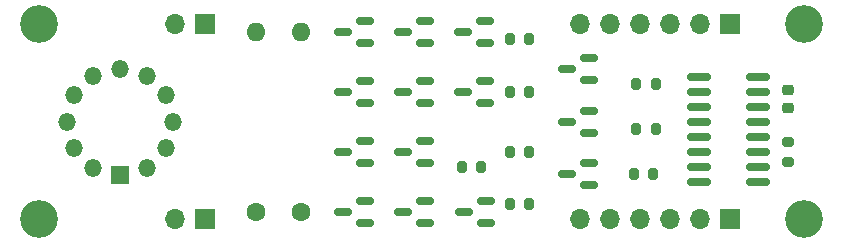
<source format=gbr>
G04 #@! TF.GenerationSoftware,KiCad,Pcbnew,6.0.4*
G04 #@! TF.CreationDate,2022-05-06T17:46:11+10:00*
G04 #@! TF.ProjectId,modularnixie,6d6f6475-6c61-4726-9e69-7869652e6b69,rev?*
G04 #@! TF.SameCoordinates,Original*
G04 #@! TF.FileFunction,Soldermask,Top*
G04 #@! TF.FilePolarity,Negative*
%FSLAX46Y46*%
G04 Gerber Fmt 4.6, Leading zero omitted, Abs format (unit mm)*
G04 Created by KiCad (PCBNEW 6.0.4) date 2022-05-06 17:46:11*
%MOMM*%
%LPD*%
G01*
G04 APERTURE LIST*
G04 Aperture macros list*
%AMRoundRect*
0 Rectangle with rounded corners*
0 $1 Rounding radius*
0 $2 $3 $4 $5 $6 $7 $8 $9 X,Y pos of 4 corners*
0 Add a 4 corners polygon primitive as box body*
4,1,4,$2,$3,$4,$5,$6,$7,$8,$9,$2,$3,0*
0 Add four circle primitives for the rounded corners*
1,1,$1+$1,$2,$3*
1,1,$1+$1,$4,$5*
1,1,$1+$1,$6,$7*
1,1,$1+$1,$8,$9*
0 Add four rect primitives between the rounded corners*
20,1,$1+$1,$2,$3,$4,$5,0*
20,1,$1+$1,$4,$5,$6,$7,0*
20,1,$1+$1,$6,$7,$8,$9,0*
20,1,$1+$1,$8,$9,$2,$3,0*%
G04 Aperture macros list end*
%ADD10RoundRect,0.150000X0.587500X0.150000X-0.587500X0.150000X-0.587500X-0.150000X0.587500X-0.150000X0*%
%ADD11C,3.200000*%
%ADD12RoundRect,0.200000X-0.200000X-0.275000X0.200000X-0.275000X0.200000X0.275000X-0.200000X0.275000X0*%
%ADD13RoundRect,0.150000X-0.850000X-0.150000X0.850000X-0.150000X0.850000X0.150000X-0.850000X0.150000X0*%
%ADD14C,1.600000*%
%ADD15O,1.600000X1.600000*%
%ADD16R,1.700000X1.700000*%
%ADD17O,1.700000X1.700000*%
%ADD18RoundRect,0.200000X-0.275000X0.200000X-0.275000X-0.200000X0.275000X-0.200000X0.275000X0.200000X0*%
%ADD19R,1.500000X1.500000*%
%ADD20O,1.500000X1.500000*%
%ADD21RoundRect,0.225000X-0.250000X0.225000X-0.250000X-0.225000X0.250000X-0.225000X0.250000X0.225000X0*%
G04 APERTURE END LIST*
D10*
G04 #@! TO.C,Q4*
X107174700Y-72070000D03*
X107174700Y-70170000D03*
X105299700Y-71120000D03*
G04 #@! TD*
D11*
G04 #@! TO.C,H4*
X134117200Y-71755000D03*
G04 #@! TD*
D10*
G04 #@! TO.C,Q12*
X96984200Y-66990000D03*
X96984200Y-65090000D03*
X95109200Y-66040000D03*
G04 #@! TD*
D12*
G04 #@! TO.C,R3*
X119717200Y-67945000D03*
X121367200Y-67945000D03*
G04 #@! TD*
D13*
G04 #@! TO.C,U1*
X125217200Y-59690000D03*
X125217200Y-60960000D03*
X125217200Y-62230000D03*
X125217200Y-63500000D03*
X125217200Y-64770000D03*
X125217200Y-66040000D03*
X125217200Y-67310000D03*
X125217200Y-68580000D03*
X130217200Y-68580000D03*
X130217200Y-67310000D03*
X130217200Y-66040000D03*
X130217200Y-64770000D03*
X130217200Y-63500000D03*
X130217200Y-62230000D03*
X130217200Y-60960000D03*
X130217200Y-59690000D03*
G04 #@! TD*
D10*
G04 #@! TO.C,Q2*
X115954700Y-64450000D03*
X115954700Y-62550000D03*
X114079700Y-63500000D03*
G04 #@! TD*
D14*
G04 #@! TO.C,R30*
X91513400Y-71120000D03*
D15*
X91513400Y-55880000D03*
G04 #@! TD*
D16*
G04 #@! TO.C,J1*
X127827200Y-55245000D03*
D17*
X125287200Y-55245000D03*
X122747200Y-55245000D03*
X120207200Y-55245000D03*
X117667200Y-55245000D03*
X115127200Y-55245000D03*
G04 #@! TD*
D18*
G04 #@! TO.C,R9*
X132737200Y-65215000D03*
X132737200Y-66865000D03*
G04 #@! TD*
D10*
G04 #@! TO.C,Q14*
X102064200Y-56830000D03*
X102064200Y-54930000D03*
X100189200Y-55880000D03*
G04 #@! TD*
D16*
G04 #@! TO.C,J2*
X127827200Y-71755000D03*
D17*
X125287200Y-71755000D03*
X122747200Y-71755000D03*
X120207200Y-71755000D03*
X117667200Y-71755000D03*
X115127200Y-71755000D03*
G04 #@! TD*
D19*
G04 #@! TO.C,V1*
X76213400Y-68000000D03*
D20*
X78463399Y-67397114D03*
X80110514Y-65749999D03*
X80713400Y-63500000D03*
X80110514Y-61250000D03*
X78463400Y-59602886D03*
X76213400Y-59000000D03*
X73963400Y-59602886D03*
X72316286Y-61250000D03*
X71713400Y-63500000D03*
X72316286Y-65749999D03*
X73963401Y-67397114D03*
G04 #@! TD*
D11*
G04 #@! TO.C,H3*
X134117200Y-55245000D03*
G04 #@! TD*
G04 #@! TO.C,H1*
X69347200Y-55245000D03*
G04 #@! TD*
D10*
G04 #@! TO.C,Q3*
X115954700Y-68895000D03*
X115954700Y-66995000D03*
X114079700Y-67945000D03*
G04 #@! TD*
D12*
G04 #@! TO.C,R12*
X109222200Y-66040000D03*
X110872200Y-66040000D03*
G04 #@! TD*
D21*
G04 #@! TO.C,C1*
X132737200Y-60820000D03*
X132737200Y-62370000D03*
G04 #@! TD*
D10*
G04 #@! TO.C,Q10*
X96984200Y-56830000D03*
X96984200Y-54930000D03*
X95109200Y-55880000D03*
G04 #@! TD*
G04 #@! TO.C,Q13*
X96984200Y-72070000D03*
X96984200Y-70170000D03*
X95109200Y-71120000D03*
G04 #@! TD*
G04 #@! TO.C,Q17*
X102064200Y-72070000D03*
X102064200Y-70170000D03*
X100189200Y-71120000D03*
G04 #@! TD*
D16*
G04 #@! TO.C,J4*
X83377200Y-55245000D03*
D17*
X80837200Y-55245000D03*
G04 #@! TD*
D10*
G04 #@! TO.C,Q15*
X102064200Y-61910000D03*
X102064200Y-60010000D03*
X100189200Y-60960000D03*
G04 #@! TD*
G04 #@! TO.C,Q16*
X102064200Y-66990000D03*
X102064200Y-65090000D03*
X100189200Y-66040000D03*
G04 #@! TD*
D16*
G04 #@! TO.C,J3*
X83377200Y-71755000D03*
D17*
X80837200Y-71755000D03*
G04 #@! TD*
D10*
G04 #@! TO.C,Q19*
X107144200Y-61910000D03*
X107144200Y-60010000D03*
X105269200Y-60960000D03*
G04 #@! TD*
D14*
G04 #@! TO.C,R31*
X87703400Y-71120000D03*
D15*
X87703400Y-55880000D03*
G04 #@! TD*
D10*
G04 #@! TO.C,Q18*
X107144200Y-56830000D03*
X107144200Y-54930000D03*
X105269200Y-55880000D03*
G04 #@! TD*
G04 #@! TO.C,Q1*
X115954700Y-60005000D03*
X115954700Y-58105000D03*
X114079700Y-59055000D03*
G04 #@! TD*
D12*
G04 #@! TO.C,R1*
X119907200Y-60325000D03*
X121557200Y-60325000D03*
G04 #@! TD*
G04 #@! TO.C,R10*
X109222200Y-56515000D03*
X110872200Y-56515000D03*
G04 #@! TD*
G04 #@! TO.C,R11*
X109222200Y-60960000D03*
X110872200Y-60960000D03*
G04 #@! TD*
G04 #@! TO.C,R4*
X105152900Y-67310000D03*
X106802900Y-67310000D03*
G04 #@! TD*
D10*
G04 #@! TO.C,Q11*
X96984200Y-61910000D03*
X96984200Y-60010000D03*
X95109200Y-60960000D03*
G04 #@! TD*
D12*
G04 #@! TO.C,R13*
X109222200Y-70485000D03*
X110872200Y-70485000D03*
G04 #@! TD*
G04 #@! TO.C,R2*
X119907200Y-64135000D03*
X121557200Y-64135000D03*
G04 #@! TD*
D11*
G04 #@! TO.C,H2*
X69347200Y-71755000D03*
G04 #@! TD*
M02*

</source>
